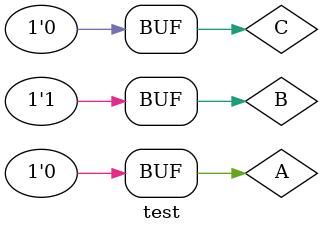
<source format=v>
`timescale 1ns / 1ps


module test;

	// Inputs
	reg A;
	reg B;
	reg C;

	// Outputs
	wire X;
	wire Y;

	// Instantiate the Unit Under Test (UUT)
	experiment uut (
		.A(A), 
		.B(B), 
		.C(C), 
		.X(X), 
		.Y(Y)
	);

	initial begin
		// Initialize Inputs
		A = 0;
		B = 0;
		C = 0;

		#10;
		
		A = 1;
		B = 0;
		C = 0;

		#10;
		
		A = 0;
		B = 1;
		C = 0;

		#10;
        
		// Add stimulus here

	end
      
endmodule


</source>
